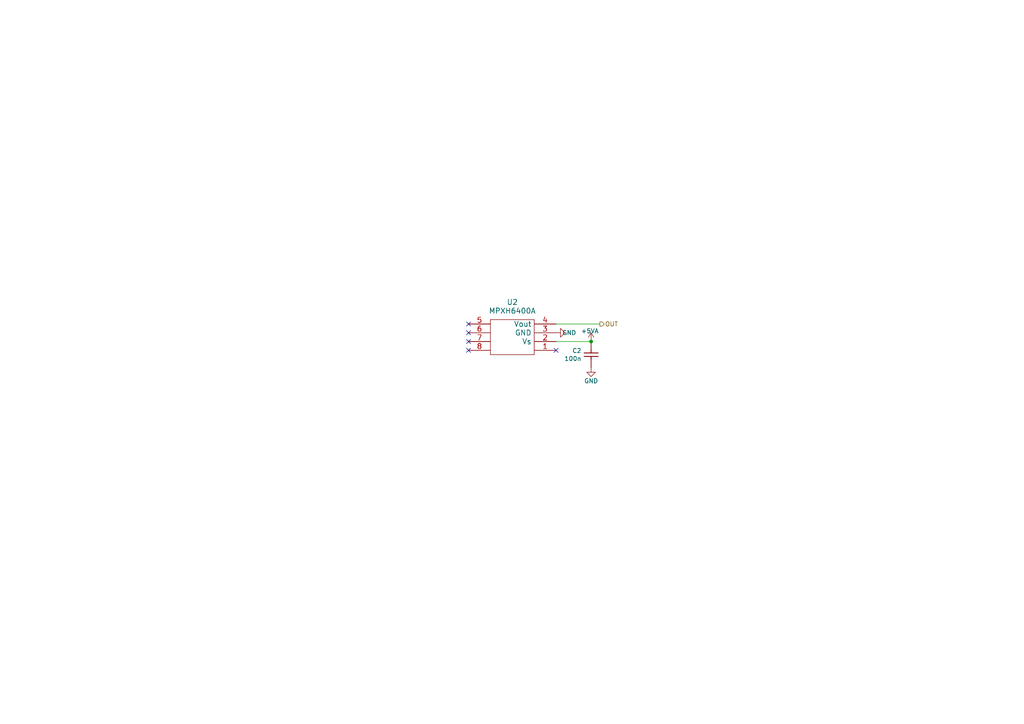
<source format=kicad_sch>
(kicad_sch
	(version 20231120)
	(generator "eeschema")
	(generator_version "8.0")
	(uuid "2a43205a-fc57-4983-bc64-588d533e8dec")
	(paper "A4")
	(lib_symbols
		(symbol "hellen-one-common:Cap"
			(pin_numbers hide)
			(exclude_from_sim no)
			(in_bom yes)
			(on_board yes)
			(property "Reference" "C"
				(at -3.81 2.54 0)
				(effects
					(font
						(size 1.27 1.27)
					)
				)
			)
			(property "Value" "Cap"
				(at -2.54 -1.27 0)
				(effects
					(font
						(size 1.27 1.27)
					)
				)
			)
			(property "Footprint" "hellen-one-common:C0603"
				(at -2.54 -3.81 0)
				(effects
					(font
						(size 1.27 1.27)
					)
					(hide yes)
				)
			)
			(property "Datasheet" ""
				(at -3.81 0 90)
				(effects
					(font
						(size 1.27 1.27)
					)
					(hide yes)
				)
			)
			(property "Description" "Capacitor"
				(at 0 0 0)
				(effects
					(font
						(size 1.27 1.27)
					)
					(hide yes)
				)
			)
			(property "LCSC" ""
				(at 0 0 0)
				(effects
					(font
						(size 1.27 1.27)
					)
					(hide yes)
				)
			)
			(symbol "Cap_1_0"
				(polyline
					(pts
						(xy -1.27 0) (xy -0.508 0)
					)
					(stroke
						(width 0.254)
						(type default)
					)
					(fill
						(type none)
					)
				)
				(polyline
					(pts
						(xy -0.508 -2.032) (xy -0.508 2.032)
					)
					(stroke
						(width 0.254)
						(type default)
					)
					(fill
						(type none)
					)
				)
				(polyline
					(pts
						(xy 0.508 2.032) (xy 0.508 -2.032)
					)
					(stroke
						(width 0.254)
						(type default)
					)
					(fill
						(type none)
					)
				)
				(polyline
					(pts
						(xy 1.27 0) (xy 0.508 0)
					)
					(stroke
						(width 0.254)
						(type default)
					)
					(fill
						(type none)
					)
				)
				(pin passive line
					(at -3.81 0 0)
					(length 2.54)
					(name ""
						(effects
							(font
								(size 1.27 1.27)
							)
						)
					)
					(number "1"
						(effects
							(font
								(size 1.27 1.27)
							)
						)
					)
				)
				(pin passive line
					(at 3.81 0 180)
					(length 2.54)
					(name ""
						(effects
							(font
								(size 1.27 1.27)
							)
						)
					)
					(number "2"
						(effects
							(font
								(size 1.27 1.27)
							)
						)
					)
				)
			)
		)
		(symbol "hellen-one-common:MPX4_MAP"
			(pin_names
				(offset 0.762)
			)
			(exclude_from_sim no)
			(in_bom yes)
			(on_board yes)
			(property "Reference" "U4"
				(at 3.81 -6.35 0)
				(effects
					(font
						(size 1.524 1.524)
					)
					(justify left)
				)
			)
			(property "Value" "MPXH6400A"
				(at -3.81 -3.81 0)
				(effects
					(font
						(size 1.524 1.524)
					)
					(justify left)
				)
			)
			(property "Footprint" "hellen-one-common:MPXH6400A-SSOP8"
				(at 0 0 0)
				(effects
					(font
						(size 1.27 1.27)
					)
					(hide yes)
				)
			)
			(property "Datasheet" ""
				(at 0 0 0)
				(effects
					(font
						(size 1.524 1.524)
					)
					(hide yes)
				)
			)
			(property "Description" ""
				(at 0 0 0)
				(effects
					(font
						(size 1.27 1.27)
					)
					(hide yes)
				)
			)
			(property "LCSC" "C511770"
				(at 0 0 0)
				(effects
					(font
						(size 1.27 1.27)
					)
					(hide yes)
				)
			)
			(symbol "MPX4_MAP_0_1"
				(rectangle
					(start -2.54 7.62)
					(end 10.16 -2.54)
					(stroke
						(width 0)
						(type default)
					)
					(fill
						(type none)
					)
				)
			)
			(symbol "MPX4_MAP_1_1"
				(pin passive line
					(at -8.89 6.35 0)
					(length 6.35)
					(name ""
						(effects
							(font
								(size 1.524 1.524)
							)
						)
					)
					(number "1"
						(effects
							(font
								(size 1.524 1.524)
							)
						)
					)
				)
				(pin passive line
					(at -8.89 3.81 0)
					(length 6.35)
					(name "Vs"
						(effects
							(font
								(size 1.524 1.524)
							)
						)
					)
					(number "2"
						(effects
							(font
								(size 1.524 1.524)
							)
						)
					)
				)
				(pin passive line
					(at -8.89 1.27 0)
					(length 6.35)
					(name "GND"
						(effects
							(font
								(size 1.524 1.524)
							)
						)
					)
					(number "3"
						(effects
							(font
								(size 1.524 1.524)
							)
						)
					)
				)
				(pin passive line
					(at -8.89 -1.27 0)
					(length 6.35)
					(name "Vout"
						(effects
							(font
								(size 1.524 1.524)
							)
						)
					)
					(number "4"
						(effects
							(font
								(size 1.524 1.524)
							)
						)
					)
				)
				(pin passive line
					(at 16.51 -1.27 180)
					(length 6.35)
					(name ""
						(effects
							(font
								(size 1.524 1.524)
							)
						)
					)
					(number "5"
						(effects
							(font
								(size 1.524 1.524)
							)
						)
					)
				)
				(pin passive line
					(at 16.51 1.27 180)
					(length 6.35)
					(name ""
						(effects
							(font
								(size 1.524 1.524)
							)
						)
					)
					(number "6"
						(effects
							(font
								(size 1.524 1.524)
							)
						)
					)
				)
				(pin passive line
					(at 16.51 3.81 180)
					(length 6.35)
					(name ""
						(effects
							(font
								(size 1.524 1.524)
							)
						)
					)
					(number "7"
						(effects
							(font
								(size 1.524 1.524)
							)
						)
					)
				)
				(pin passive line
					(at 16.51 6.35 180)
					(length 6.35)
					(name ""
						(effects
							(font
								(size 1.524 1.524)
							)
						)
					)
					(number "8"
						(effects
							(font
								(size 1.524 1.524)
							)
						)
					)
				)
			)
		)
		(symbol "power:+5VA"
			(power)
			(pin_names
				(offset 0)
			)
			(exclude_from_sim no)
			(in_bom yes)
			(on_board yes)
			(property "Reference" "#PWR"
				(at 0 -3.81 0)
				(effects
					(font
						(size 1.27 1.27)
					)
					(hide yes)
				)
			)
			(property "Value" "+5VA"
				(at 0 3.556 0)
				(effects
					(font
						(size 1.27 1.27)
					)
				)
			)
			(property "Footprint" ""
				(at 0 0 0)
				(effects
					(font
						(size 1.27 1.27)
					)
					(hide yes)
				)
			)
			(property "Datasheet" ""
				(at 0 0 0)
				(effects
					(font
						(size 1.27 1.27)
					)
					(hide yes)
				)
			)
			(property "Description" "Power symbol creates a global label with name \"+5VA\""
				(at 0 0 0)
				(effects
					(font
						(size 1.27 1.27)
					)
					(hide yes)
				)
			)
			(property "ki_keywords" "global power"
				(at 0 0 0)
				(effects
					(font
						(size 1.27 1.27)
					)
					(hide yes)
				)
			)
			(symbol "+5VA_0_1"
				(polyline
					(pts
						(xy -0.762 1.27) (xy 0 2.54)
					)
					(stroke
						(width 0)
						(type default)
					)
					(fill
						(type none)
					)
				)
				(polyline
					(pts
						(xy 0 0) (xy 0 2.54)
					)
					(stroke
						(width 0)
						(type default)
					)
					(fill
						(type none)
					)
				)
				(polyline
					(pts
						(xy 0 2.54) (xy 0.762 1.27)
					)
					(stroke
						(width 0)
						(type default)
					)
					(fill
						(type none)
					)
				)
			)
			(symbol "+5VA_1_1"
				(pin power_in line
					(at 0 0 90)
					(length 0) hide
					(name "+5VA"
						(effects
							(font
								(size 1.27 1.27)
							)
						)
					)
					(number "1"
						(effects
							(font
								(size 1.27 1.27)
							)
						)
					)
				)
			)
		)
		(symbol "power:GND"
			(power)
			(pin_names
				(offset 0)
			)
			(exclude_from_sim no)
			(in_bom yes)
			(on_board yes)
			(property "Reference" "#PWR"
				(at 0 -6.35 0)
				(effects
					(font
						(size 1.27 1.27)
					)
					(hide yes)
				)
			)
			(property "Value" "GND"
				(at 0 -3.81 0)
				(effects
					(font
						(size 1.27 1.27)
					)
				)
			)
			(property "Footprint" ""
				(at 0 0 0)
				(effects
					(font
						(size 1.27 1.27)
					)
					(hide yes)
				)
			)
			(property "Datasheet" ""
				(at 0 0 0)
				(effects
					(font
						(size 1.27 1.27)
					)
					(hide yes)
				)
			)
			(property "Description" "Power symbol creates a global label with name \"GND\" , ground"
				(at 0 0 0)
				(effects
					(font
						(size 1.27 1.27)
					)
					(hide yes)
				)
			)
			(property "ki_keywords" "global power"
				(at 0 0 0)
				(effects
					(font
						(size 1.27 1.27)
					)
					(hide yes)
				)
			)
			(symbol "GND_0_1"
				(polyline
					(pts
						(xy 0 0) (xy 0 -1.27) (xy 1.27 -1.27) (xy 0 -2.54) (xy -1.27 -1.27) (xy 0 -1.27)
					)
					(stroke
						(width 0)
						(type default)
					)
					(fill
						(type none)
					)
				)
			)
			(symbol "GND_1_1"
				(pin power_in line
					(at 0 0 270)
					(length 0) hide
					(name "GND"
						(effects
							(font
								(size 1.27 1.27)
							)
						)
					)
					(number "1"
						(effects
							(font
								(size 1.27 1.27)
							)
						)
					)
				)
			)
		)
	)
	(junction
		(at 171.45 99.06)
		(diameter 0)
		(color 0 0 0 0)
		(uuid "1f173731-c0b9-44cc-86ba-cf2f53a1ced5")
	)
	(no_connect
		(at 135.89 96.52)
		(uuid "5955b9ac-a522-485c-8303-8b3c91eb5670")
	)
	(no_connect
		(at 135.89 101.6)
		(uuid "69a9c75e-03ae-42c6-8fac-f7871ff7ad07")
	)
	(no_connect
		(at 161.29 101.6)
		(uuid "8dfa040c-c8da-4a48-ae59-43ad7201a6e6")
	)
	(no_connect
		(at 135.89 93.98)
		(uuid "8f8dd3d4-0bce-4f08-98ea-4789713e502c")
	)
	(no_connect
		(at 135.89 99.06)
		(uuid "da900ec2-8fa1-4175-956a-1aa6eb67c78e")
	)
	(wire
		(pts
			(xy 161.29 93.98) (xy 173.99 93.98)
		)
		(stroke
			(width 0)
			(type default)
		)
		(uuid "10b5e192-bf0e-4c64-90a9-7490e19c35da")
	)
	(wire
		(pts
			(xy 171.45 99.06) (xy 161.29 99.06)
		)
		(stroke
			(width 0)
			(type solid)
		)
		(uuid "85c518e6-04cb-45e6-9578-827a5ffb017f")
	)
	(hierarchical_label "OUT"
		(shape output)
		(at 173.99 93.98 0)
		(fields_autoplaced yes)
		(effects
			(font
				(size 1.27 1.27)
			)
			(justify left)
		)
		(uuid "7d71e40b-3a68-4661-a5ab-a137bb748aec")
	)
	(symbol
		(lib_id "hellen-one-common:MPX4_MAP")
		(at 152.4 95.25 180)
		(unit 1)
		(exclude_from_sim no)
		(in_bom yes)
		(on_board yes)
		(dnp no)
		(fields_autoplaced yes)
		(uuid "407032c1-c39e-4e2e-a2ed-40bd7b11bf2c")
		(property "Reference" "U2"
			(at 148.59 87.63 0)
			(effects
				(font
					(size 1.524 1.524)
				)
			)
		)
		(property "Value" "MPXH6400A"
			(at 148.59 90.17 0)
			(effects
				(font
					(size 1.524 1.524)
				)
			)
		)
		(property "Footprint" "hellen-one-common:MPXH6400A-SSOP8"
			(at 152.4 95.25 0)
			(effects
				(font
					(size 1.27 1.27)
				)
				(hide yes)
			)
		)
		(property "Datasheet" ""
			(at 152.4 95.25 0)
			(effects
				(font
					(size 1.524 1.524)
				)
				(hide yes)
			)
		)
		(property "Description" ""
			(at 152.4 95.25 0)
			(effects
				(font
					(size 1.27 1.27)
				)
				(hide yes)
			)
		)
		(property "LCSC" "C511770"
			(at 152.4 95.25 0)
			(effects
				(font
					(size 1.27 1.27)
				)
				(hide yes)
			)
		)
		(pin "1"
			(uuid "f1e10ef7-f69b-4016-9ffe-37a20fce04e9")
		)
		(pin "2"
			(uuid "a758f20a-51dc-4a10-8101-a7568a2aa88a")
		)
		(pin "3"
			(uuid "4596f903-8504-4a50-be25-aeb47070f08b")
		)
		(pin "4"
			(uuid "db0de1fd-c006-4e57-87d4-a832e2151d92")
		)
		(pin "5"
			(uuid "ea378f3b-88de-4588-b2be-1dea969b5ccb")
		)
		(pin "6"
			(uuid "d83b4158-7e36-4519-beb6-ed6f6b2a8f91")
		)
		(pin "7"
			(uuid "1c9658c3-4648-4923-a8ce-c8de02e13391")
		)
		(pin "8"
			(uuid "02470603-58f4-41a1-9d99-f032b7c7d603")
		)
		(instances
			(project "Z31HELLEN"
				(path "/b506e640-3a9c-47d7-91fd-18e11bf19b9e/e275891c-eda0-4f39-a37c-d1ce02847ed6"
					(reference "U2")
					(unit 1)
				)
			)
		)
	)
	(symbol
		(lib_id "power:+5VA")
		(at 171.45 99.06 0)
		(mirror y)
		(unit 1)
		(exclude_from_sim no)
		(in_bom yes)
		(on_board yes)
		(dnp no)
		(uuid "47243b44-2eef-4e3a-8adb-281f080af6a7")
		(property "Reference" "#PWR043"
			(at 171.45 102.87 0)
			(effects
				(font
					(size 1.27 1.27)
				)
				(hide yes)
			)
		)
		(property "Value" "+5VA"
			(at 171.0817 96.0056 0)
			(effects
				(font
					(size 1.27 1.27)
				)
			)
		)
		(property "Footprint" ""
			(at 171.45 99.06 0)
			(effects
				(font
					(size 1.27 1.27)
				)
				(hide yes)
			)
		)
		(property "Datasheet" ""
			(at 171.45 99.06 0)
			(effects
				(font
					(size 1.27 1.27)
				)
				(hide yes)
			)
		)
		(property "Description" ""
			(at 171.45 99.06 0)
			(effects
				(font
					(size 1.27 1.27)
				)
				(hide yes)
			)
		)
		(pin "1"
			(uuid "0e5103af-1a43-424c-8646-d23fc7b4d46a")
		)
		(instances
			(project "Z31HELLEN"
				(path "/b506e640-3a9c-47d7-91fd-18e11bf19b9e/e275891c-eda0-4f39-a37c-d1ce02847ed6"
					(reference "#PWR043")
					(unit 1)
				)
			)
		)
	)
	(symbol
		(lib_id "power:GND")
		(at 161.29 96.52 90)
		(mirror x)
		(unit 1)
		(exclude_from_sim no)
		(in_bom yes)
		(on_board yes)
		(dnp no)
		(uuid "48d20ff8-2c6a-41e2-a745-d7017a59e02f")
		(property "Reference" "#PWR042"
			(at 167.64 96.52 0)
			(effects
				(font
					(size 1.27 1.27)
				)
				(hide yes)
			)
		)
		(property "Value" "GND"
			(at 165.1 96.52 90)
			(effects
				(font
					(size 1.27 1.27)
				)
			)
		)
		(property "Footprint" ""
			(at 161.29 96.52 0)
			(effects
				(font
					(size 1.27 1.27)
				)
				(hide yes)
			)
		)
		(property "Datasheet" ""
			(at 161.29 96.52 0)
			(effects
				(font
					(size 1.27 1.27)
				)
				(hide yes)
			)
		)
		(property "Description" ""
			(at 161.29 96.52 0)
			(effects
				(font
					(size 1.27 1.27)
				)
				(hide yes)
			)
		)
		(pin "1"
			(uuid "24f3bd8b-55b6-4412-8cf0-536bc56bf04f")
		)
		(instances
			(project "Z31HELLEN"
				(path "/b506e640-3a9c-47d7-91fd-18e11bf19b9e/e275891c-eda0-4f39-a37c-d1ce02847ed6"
					(reference "#PWR042")
					(unit 1)
				)
			)
		)
	)
	(symbol
		(lib_id "power:GND")
		(at 171.45 106.68 0)
		(mirror y)
		(unit 1)
		(exclude_from_sim no)
		(in_bom yes)
		(on_board yes)
		(dnp no)
		(uuid "6fdaf607-a069-4c02-a2e9-db8ab0ef5aa2")
		(property "Reference" "#PWR044"
			(at 171.45 113.03 0)
			(effects
				(font
					(size 1.27 1.27)
				)
				(hide yes)
			)
		)
		(property "Value" "GND"
			(at 171.45 110.49 0)
			(effects
				(font
					(size 1.27 1.27)
				)
			)
		)
		(property "Footprint" ""
			(at 171.45 106.68 0)
			(effects
				(font
					(size 1.27 1.27)
				)
				(hide yes)
			)
		)
		(property "Datasheet" ""
			(at 171.45 106.68 0)
			(effects
				(font
					(size 1.27 1.27)
				)
				(hide yes)
			)
		)
		(property "Description" ""
			(at 171.45 106.68 0)
			(effects
				(font
					(size 1.27 1.27)
				)
				(hide yes)
			)
		)
		(pin "1"
			(uuid "6bbca83f-ff75-46d4-bdb4-3f75f8f034ba")
		)
		(instances
			(project "Z31HELLEN"
				(path "/b506e640-3a9c-47d7-91fd-18e11bf19b9e/e275891c-eda0-4f39-a37c-d1ce02847ed6"
					(reference "#PWR044")
					(unit 1)
				)
			)
		)
	)
	(symbol
		(lib_id "hellen-one-common:Cap")
		(at 171.45 102.87 270)
		(mirror x)
		(unit 1)
		(exclude_from_sim no)
		(in_bom yes)
		(on_board yes)
		(dnp no)
		(uuid "c3657abe-3f02-4d89-bc28-95210f37df97")
		(property "Reference" "C2"
			(at 168.6559 101.7206 90)
			(effects
				(font
					(size 1.27 1.27)
				)
				(justify right)
			)
		)
		(property "Value" "100n"
			(at 168.6559 104.0193 90)
			(effects
				(font
					(size 1.27 1.27)
				)
				(justify right)
			)
		)
		(property "Footprint" "hellen-one-common:C0603"
			(at 167.64 105.41 0)
			(effects
				(font
					(size 1.27 1.27)
				)
				(hide yes)
			)
		)
		(property "Datasheet" ""
			(at 171.45 106.68 90)
			(effects
				(font
					(size 1.27 1.27)
				)
				(hide yes)
			)
		)
		(property "Description" ""
			(at 171.45 102.87 0)
			(effects
				(font
					(size 1.27 1.27)
				)
				(hide yes)
			)
		)
		(property "LCSC" "C14663"
			(at 171.45 102.87 0)
			(effects
				(font
					(size 1.27 1.27)
				)
				(hide yes)
			)
		)
		(pin "1"
			(uuid "c9be527c-a1b0-4432-a010-2c9d02e7903e")
		)
		(pin "2"
			(uuid "ab5a4c75-1d57-4362-afb8-80246853be1d")
		)
		(instances
			(project "Z31HELLEN"
				(path "/b506e640-3a9c-47d7-91fd-18e11bf19b9e/e275891c-eda0-4f39-a37c-d1ce02847ed6"
					(reference "C2")
					(unit 1)
				)
			)
		)
	)
)

</source>
